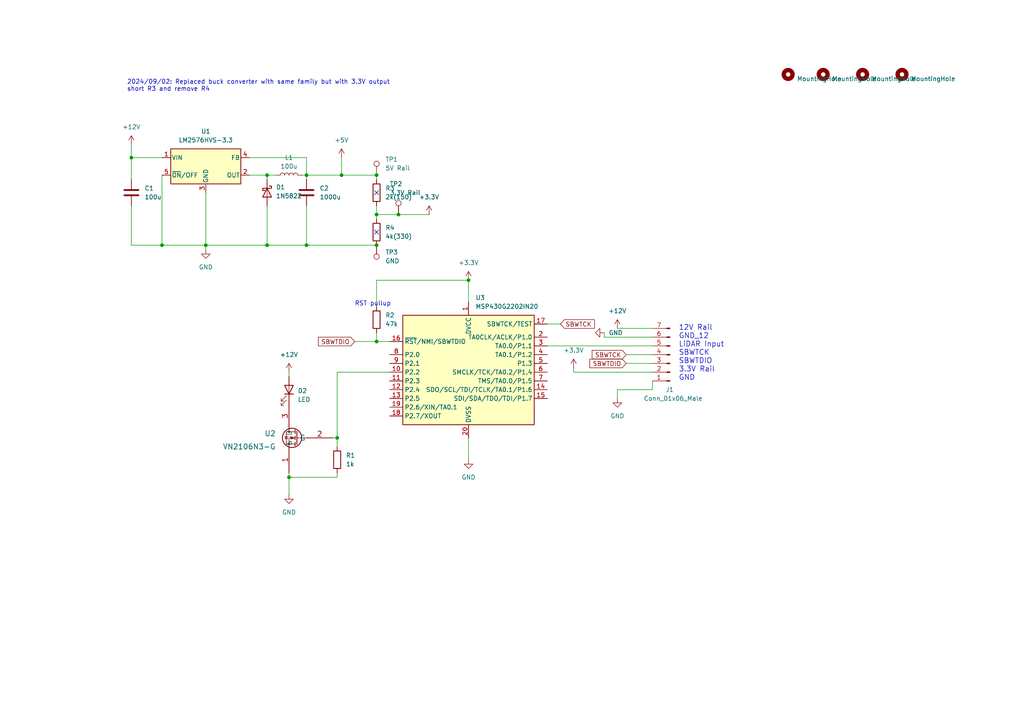
<source format=kicad_sch>
(kicad_sch (version 20211123) (generator eeschema)
  (paper "A4")
  (lib_symbols
    (symbol "1Library_Main:VN2106N3-G " (pin_names (offset 0.254))
      (property "Reference" "U" (at 34.29 -16.51 0))
      (property "Value" "VN2106N3-G " (at 34.29 -19.05 0))
      (symbol "VN2106N3-G _0_1"
        (polyline (pts (xy 21.844 -21.59) (xy 19.05 -21.59)))
        (polyline (pts (xy 21.844 -19.685) (xy 21.844 -23.495)) (stroke (width 0.254)))
        (polyline (pts (xy 22.352 -22.86) (xy 22.352 -23.876)) (stroke (width 0.254)))
        (polyline (pts (xy 22.352 -21.082) (xy 22.352 -22.098)) (stroke (width 0.254)))
        (polyline (pts (xy 22.352 -19.304) (xy 22.352 -20.32)) (stroke (width 0.254)))
        (polyline (pts (xy 24.13 -19.05) (xy 24.13 -19.812)))
        (polyline (pts (xy 24.13 -24.13) (xy 24.13 -21.59) (xy 22.352 -21.59)))
        (polyline (pts (xy 22.352 -23.368) (xy 24.892 -23.368) (xy 24.892 -19.812) (xy 22.352 -19.812)))
        (polyline (pts (xy 22.606 -21.59) (xy 23.622 -21.209) (xy 23.622 -21.971) (xy 22.606 -21.59)) (fill (type outline)))
        (polyline (pts (xy 24.384 -21.082) (xy 24.511 -21.209) (xy 25.273 -21.209) (xy 25.4 -21.336)))
        (polyline (pts (xy 24.892 -21.209) (xy 24.511 -21.844) (xy 25.273 -21.844) (xy 24.892 -21.209)))
        (circle (center 23.241 -21.59) (radius 2.794) (stroke (width 0.254)))
        (circle (center 24.13 -23.368) (radius 0.254) (fill (type outline)))
        (circle (center 24.13 -19.812) (radius 0.254) (fill (type outline)))
      )
      (symbol "VN2106N3-G _1_1"
        (pin unspecified line (at 24.13 -31.75 90) (length 7.62) (name "S") (number "1"))
        (pin unspecified line (at 11.43 -21.59 0) (length 7.62) (name "G") (number "2"))
        (pin unspecified line (at 24.13 -11.43 270) (length 7.62) (name "D") (number "3"))
      )
    )
    (symbol "Connector:Conn_01x07_Male" (pin_names (offset 1.016) hide)
      (property "Reference" "J" (at 0 10.16 0))
      (property "Value" "Conn_01x07_Male" (at 0 -10.16 0))
      (symbol "Conn_01x07_Male_1_1"
        (polyline (pts (xy 1.27 -7.62) (xy 0.8636 -7.62)) (stroke (width 0.1524)))
        (polyline (pts (xy 1.27 -5.08) (xy 0.8636 -5.08)) (stroke (width 0.1524)))
        (polyline (pts (xy 1.27 -2.54) (xy 0.8636 -2.54)) (stroke (width 0.1524)))
        (polyline (pts (xy 1.27 0) (xy 0.8636 0)) (stroke (width 0.1524)))
        (polyline (pts (xy 1.27 2.54) (xy 0.8636 2.54)) (stroke (width 0.1524)))
        (polyline (pts (xy 1.27 5.08) (xy 0.8636 5.08)) (stroke (width 0.1524)))
        (polyline (pts (xy 1.27 7.62) (xy 0.8636 7.62)) (stroke (width 0.1524)))
        (rectangle (start 0.8636 -7.493) (end 0 -7.747) (stroke (width 0.1524)) (fill (type outline)))
        (rectangle (start 0.8636 -4.953) (end 0 -5.207) (stroke (width 0.1524)) (fill (type outline)))
        (rectangle (start 0.8636 -2.413) (end 0 -2.667) (stroke (width 0.1524)) (fill (type outline)))
        (rectangle (start 0.8636 0.127) (end 0 -0.127) (stroke (width 0.1524)) (fill (type outline)))
        (rectangle (start 0.8636 2.667) (end 0 2.413) (stroke (width 0.1524)) (fill (type outline)))
        (rectangle (start 0.8636 5.207) (end 0 4.953) (stroke (width 0.1524)) (fill (type outline)))
        (rectangle (start 0.8636 7.747) (end 0 7.493) (stroke (width 0.1524)) (fill (type outline)))
        (pin passive line (at 5.08 7.62 180) (length 3.81) (name "Pin_1") (number "1"))
        (pin passive line (at 5.08 5.08 180) (length 3.81) (name "Pin_2") (number "2"))
        (pin passive line (at 5.08 2.54 180) (length 3.81) (name "Pin_3") (number "3"))
        (pin passive line (at 5.08 0 180) (length 3.81) (name "Pin_4") (number "4"))
        (pin passive line (at 5.08 -2.54 180) (length 3.81) (name "Pin_5") (number "5"))
        (pin passive line (at 5.08 -5.08 180) (length 3.81) (name "Pin_6") (number "6"))
        (pin passive line (at 5.08 -7.62 180) (length 3.81) (name "Pin_7") (number "7"))
      )
    )
    (symbol "Connector:TestPoint" (pin_numbers hide) (pin_names (offset 0.762) hide)
      (property "Reference" "TP" (at 0 6.858 0))
      (property "Value" "TestPoint" (at 0 5.08 0))
      (symbol "TestPoint_0_1"
        (circle (center 0 3.302) (radius 0.762))
      )
      (symbol "TestPoint_1_1"
        (pin passive line (at 0 0 90) (length 2.54) (name "1") (number "1"))
      )
    )
    (symbol "Device:C" (pin_numbers hide) (pin_names (offset 0.254))
      (property "Reference" "C" (at 0.635 2.54 0))
      (property "Value" "C" (at 0.635 -2.54 0))
      (symbol "C_0_1"
        (polyline (pts (xy -2.032 -0.762) (xy 2.032 -0.762)) (stroke (width 0.508)))
        (polyline (pts (xy -2.032 0.762) (xy 2.032 0.762)) (stroke (width 0.508)))
      )
      (symbol "C_1_1"
        (pin passive line (at 0 3.81 270) (length 2.794) (name "~") (number "1"))
        (pin passive line (at 0 -3.81 90) (length 2.794) (name "~") (number "2"))
      )
    )
    (symbol "Device:L" (pin_numbers hide) (pin_names (offset 1.016) hide)
      (property "Reference" "L" (at -1.27 0 90))
      (property "Value" "L" (at 1.905 0 90))
      (symbol "L_0_1"
        (arc (start 0 -2.54) (mid 0.635 -1.905) (end 0 -1.27))
        (arc (start 0 -1.27) (mid 0.635 -0.635) (end 0 0))
        (arc (start 0 0) (mid 0.635 0.635) (end 0 1.27))
        (arc (start 0 1.27) (mid 0.635 1.905) (end 0 2.54))
      )
      (symbol "L_1_1"
        (pin passive line (at 0 3.81 270) (length 1.27) (name "1") (number "1"))
        (pin passive line (at 0 -3.81 90) (length 1.27) (name "2") (number "2"))
      )
    )
    (symbol "Device:LED" (pin_numbers hide) (pin_names (offset 1.016) hide)
      (property "Reference" "D" (at 0 2.54 0))
      (property "Value" "LED" (at 0 -2.54 0))
      (symbol "LED_0_1"
        (polyline (pts (xy -1.27 -1.27) (xy -1.27 1.27)) (stroke (width 0.254)))
        (polyline (pts (xy -1.27 0) (xy 1.27 0)))
        (polyline (pts (xy 1.27 -1.27) (xy 1.27 1.27) (xy -1.27 0) (xy 1.27 -1.27)) (stroke (width 0.254)))
        (polyline (pts (xy -3.048 -0.762) (xy -4.572 -2.286) (xy -3.81 -2.286) (xy -4.572 -2.286) (xy -4.572 -1.524)))
        (polyline (pts (xy -1.778 -0.762) (xy -3.302 -2.286) (xy -2.54 -2.286) (xy -3.302 -2.286) (xy -3.302 -1.524)))
      )
      (symbol "LED_1_1"
        (pin passive line (at -3.81 0 0) (length 2.54) (name "K") (number "1"))
        (pin passive line (at 3.81 0 180) (length 2.54) (name "A") (number "2"))
      )
    )
    (symbol "Device:R" (pin_numbers hide) (pin_names (offset 0))
      (property "Reference" "R" (at 2.032 0 90))
      (property "Value" "R" (at 0 0 90))
      (symbol "R_0_1"
        (rectangle (start -1.016 -2.54) (end 1.016 2.54) (stroke (width 0.254)))
      )
      (symbol "R_1_1"
        (pin passive line (at 0 3.81 270) (length 1.27) (name "~") (number "1"))
        (pin passive line (at 0 -3.81 90) (length 1.27) (name "~") (number "2"))
      )
    )
    (symbol "Diode:1N5822" (pin_numbers hide) (pin_names (offset 1.016) hide)
      (property "Reference" "D" (at 0 2.54 0))
      (property "Value" "1N5822" (at 0 -2.54 0))
      (symbol "1N5822_0_1"
        (polyline (pts (xy 1.27 0) (xy -1.27 0)))
        (polyline (pts (xy 1.27 1.27) (xy 1.27 -1.27) (xy -1.27 0) (xy 1.27 1.27)) (stroke (width 0.254)))
        (polyline (pts (xy -1.905 0.635) (xy -1.905 1.27) (xy -1.27 1.27) (xy -1.27 -1.27) (xy -0.635 -1.27) (xy -0.635 -0.635)) (stroke (width 0.254)))
      )
      (symbol "1N5822_1_1"
        (pin passive line (at -3.81 0 0) (length 2.54) (name "K") (number "1"))
        (pin passive line (at 3.81 0 180) (length 2.54) (name "A") (number "2"))
      )
    )
    (symbol "MCU_Texas_MSP430:MSP430G2202IN20"
      (property "Reference" "U" (at -17.78 17.78 0))
      (property "Value" "MSP430G2202IN20" (at 12.7 -16.51 0))
      (symbol "MSP430G2202IN20_0_1"
        (rectangle (start -19.05 16.51) (end 19.05 -15.24) (stroke (width 0.254)) (fill (type background)))
      )
      (symbol "MSP430G2202IN20_1_1"
        (pin power_in line (at 0 20.32 270) (length 3.81) (name "DVCC") (number "1"))
        (pin bidirectional line (at -22.86 0 0) (length 3.81) (name "P2.2") (number "10"))
        (pin bidirectional line (at -22.86 -2.54 0) (length 3.81) (name "P2.3") (number "11"))
        (pin bidirectional line (at -22.86 -5.08 0) (length 3.81) (name "P2.4") (number "12"))
        (pin bidirectional line (at -22.86 -7.62 0) (length 3.81) (name "P2.5") (number "13"))
        (pin bidirectional line (at 22.86 -5.08 180) (length 3.81) (name "SDO/SCL/TDI/TCLK/TA0.1/P1.6") (number "14"))
        (pin bidirectional line (at 22.86 -7.62 180) (length 3.81) (name "SDI/SDA/TDO/TDI/P1.7") (number "15"))
        (pin input line (at -22.86 8.89 0) (length 3.81) (name "~{RST}/NMI/SBWTDIO") (number "16"))
        (pin input line (at 22.86 13.97 180) (length 3.81) (name "SBWTCK/TEST") (number "17"))
        (pin bidirectional line (at -22.86 -12.7 0) (length 3.81) (name "P2.7/XOUT") (number "18"))
        (pin bidirectional line (at -22.86 -10.16 0) (length 3.81) (name "P2.6/XIN/TA0.1") (number "19"))
        (pin bidirectional line (at 22.86 10.16 180) (length 3.81) (name "TA0CLK/ACLK/P1.0") (number "2"))
        (pin power_in line (at 0 -19.05 90) (length 3.81) (name "DVSS") (number "20"))
        (pin bidirectional line (at 22.86 7.62 180) (length 3.81) (name "TA0.0/P1.1") (number "3"))
        (pin bidirectional line (at 22.86 5.08 180) (length 3.81) (name "TA0.1/P1.2") (number "4"))
        (pin bidirectional line (at 22.86 2.54 180) (length 3.81) (name "P1.3") (number "5"))
        (pin bidirectional line (at 22.86 0 180) (length 3.81) (name "SMCLK/TCK/TA0.2/P1.4") (number "6"))
        (pin bidirectional line (at 22.86 -2.54 180) (length 3.81) (name "TMS/TA0.0/P1.5") (number "7"))
        (pin bidirectional line (at -22.86 5.08 0) (length 3.81) (name "P2.0") (number "8"))
        (pin bidirectional line (at -22.86 2.54 0) (length 3.81) (name "P2.1") (number "9"))
      )
    )
    (symbol "Mechanical:MountingHole" (pin_names (offset 1.016))
      (property "Reference" "H" (at 0 5.08 0))
      (property "Value" "MountingHole" (at 0 3.175 0))
      (symbol "MountingHole_0_1"
        (circle (center 0 0) (radius 1.27) (stroke (width 1.27)))
      )
    )
    (symbol "Regulator_Switching:LM2576HVS-3.3" (pin_names (offset 0.254))
      (property "Reference" "U" (at -10.16 6.35 0))
      (property "Value" "LM2576HVS-3.3" (at 0 6.35 0))
      (symbol "LM2576HVS-3.3_0_1"
        (rectangle (start -10.16 5.08) (end 10.16 -5.08) (stroke (width 0.254)) (fill (type background)))
      )
      (symbol "LM2576HVS-3.3_1_1"
        (pin power_in line (at -12.7 2.54 0) (length 2.54) (name "VIN") (number "1"))
        (pin output line (at 12.7 -2.54 180) (length 2.54) (name "OUT") (number "2"))
        (pin power_in line (at 0 -7.62 90) (length 2.54) (name "GND") (number "3"))
        (pin input line (at 12.7 2.54 180) (length 2.54) (name "FB") (number "4"))
        (pin input line (at -12.7 -2.54 0) (length 2.54) (name "~{ON}/OFF") (number "5"))
      )
    )
    (symbol "power:+12V" (power) (pin_names (offset 0))
      (property "Value" "+12V" (at 0 3.556 0))
      (symbol "+12V_0_1"
        (polyline (pts (xy -0.762 1.27) (xy 0 2.54)))
        (polyline (pts (xy 0 0) (xy 0 2.54)))
        (polyline (pts (xy 0 2.54) (xy 0.762 1.27)))
      )
      (symbol "+12V_1_1"
        (pin power_in line (at 0 0 90) (length 0) hide (name "+12V") (number "1"))
      )
    )
    (symbol "power:+3.3V" (power) (pin_names (offset 0))
      (property "Value" "+3.3V" (at 0 3.556 0))
      (symbol "+3.3V_0_1"
        (polyline (pts (xy -0.762 1.27) (xy 0 2.54)))
        (polyline (pts (xy 0 0) (xy 0 2.54)))
        (polyline (pts (xy 0 2.54) (xy 0.762 1.27)))
      )
      (symbol "+3.3V_1_1"
        (pin power_in line (at 0 0 90) (length 0) hide (name "+3.3V") (number "1"))
      )
    )
    (symbol "power:+5V" (power) (pin_names (offset 0))
      (property "Value" "+5V" (at 0 3.556 0))
      (symbol "+5V_0_1"
        (polyline (pts (xy -0.762 1.27) (xy 0 2.54)))
        (polyline (pts (xy 0 0) (xy 0 2.54)))
        (polyline (pts (xy 0 2.54) (xy 0.762 1.27)))
      )
      (symbol "+5V_1_1"
        (pin power_in line (at 0 0 90) (length 0) hide (name "+5V") (number "1"))
      )
    )
    (symbol "power:GND" (power) (pin_names (offset 0))
      (property "Value" "GND" (at 0 -3.81 0))
      (symbol "GND_0_1"
        (polyline (pts (xy 0 0) (xy 0 -1.27) (xy 1.27 -1.27) (xy 0 -2.54) (xy -1.27 -1.27) (xy 0 -1.27)))
      )
      (symbol "GND_1_1"
        (pin power_in line (at 0 0 270) (length 0) hide (name "GND") (number "1"))
      )
    )
  )
  (junction (at 109.22 62.23))
  (junction (at 46.99 71.12))
  (junction (at 38.1 45.72))
  (junction (at 77.47 50.8))
  (junction (at 97.79 127))
  (junction (at 135.89 81.28))
  (junction (at 88.9 71.12))
  (junction (at 109.22 50.8))
  (junction (at 99.06 50.8))
  (junction (at 83.82 138.43))
  (junction (at 109.22 71.12))
  (junction (at 115.57 62.23))
  (junction (at 88.9 50.8))
  (junction (at 109.22 99.06))
  (junction (at 59.69 71.12))
  (junction (at 77.47 71.12))
  (no_connect (at 109.22 67.31))
  (no_connect (at 109.22 55.88))
  (wire (pts (xy 166.37 107.95) (xy 189.23 107.95)))
  (wire (pts (xy 77.47 71.12) (xy 88.9 71.12)))
  (wire (pts (xy 109.22 96.52) (xy 109.22 99.06)))
  (wire (pts (xy 102.87 99.06) (xy 109.22 99.06)))
  (wire (pts (xy 97.79 127) (xy 96.52 127)))
  (wire (pts (xy 83.82 107.95) (xy 83.82 109.22)))
  (wire (pts (xy 72.39 50.8) (xy 77.47 50.8)))
  (wire (pts (xy 97.79 137.16) (xy 97.79 138.43)))
  (wire (pts (xy 109.22 59.69) (xy 109.22 62.23)))
  (wire (pts (xy 179.07 115.57) (xy 179.07 113.03)))
  (wire (pts (xy 46.99 71.12) (xy 59.69 71.12)))
  (wire (pts (xy 175.26 96.52) (xy 175.26 97.79)))
  (wire (pts (xy 115.57 62.23) (xy 124.46 62.23)))
  (wire (pts (xy 158.75 93.98) (xy 162.56 93.98)))
  (wire (pts (xy 189.23 97.79) (xy 175.26 97.79)))
  (wire (pts (xy 109.22 62.23) (xy 109.22 63.5)))
  (wire (pts (xy 135.89 81.28) (xy 135.89 87.63)))
  (wire (pts (xy 59.69 72.39) (xy 59.69 71.12)))
  (wire (pts (xy 88.9 45.72) (xy 88.9 50.8)))
  (wire (pts (xy 113.03 107.95) (xy 97.79 107.95)))
  (wire (pts (xy 83.82 138.43) (xy 83.82 137.16)))
  (wire (pts (xy 109.22 50.8) (xy 99.06 50.8)))
  (wire (pts (xy 181.61 105.41) (xy 189.23 105.41)))
  (wire (pts (xy 87.63 50.8) (xy 88.9 50.8)))
  (wire (pts (xy 83.82 143.51) (xy 83.82 138.43)))
  (wire (pts (xy 189.23 110.49) (xy 189.23 113.03)))
  (wire (pts (xy 109.22 81.28) (xy 135.89 81.28)))
  (wire (pts (xy 181.61 102.87) (xy 189.23 102.87)))
  (wire (pts (xy 109.22 99.06) (xy 113.03 99.06)))
  (wire (pts (xy 46.99 50.8) (xy 46.99 71.12)))
  (wire (pts (xy 109.22 71.12) (xy 88.9 71.12)))
  (wire (pts (xy 38.1 45.72) (xy 46.99 45.72)))
  (wire (pts (xy 135.89 127) (xy 135.89 133.35)))
  (wire (pts (xy 38.1 52.07) (xy 38.1 45.72)))
  (wire (pts (xy 109.22 62.23) (xy 115.57 62.23)))
  (wire (pts (xy 72.39 45.72) (xy 88.9 45.72)))
  (wire (pts (xy 166.37 106.68) (xy 166.37 107.95)))
  (wire (pts (xy 88.9 50.8) (xy 88.9 52.07)))
  (wire (pts (xy 109.22 52.07) (xy 109.22 50.8)))
  (wire (pts (xy 77.47 50.8) (xy 80.01 50.8)))
  (wire (pts (xy 77.47 52.07) (xy 77.47 50.8)))
  (wire (pts (xy 109.22 81.28) (xy 109.22 88.9)))
  (wire (pts (xy 97.79 138.43) (xy 83.82 138.43)))
  (wire (pts (xy 179.07 95.25) (xy 189.23 95.25)))
  (wire (pts (xy 38.1 41.91) (xy 38.1 45.72)))
  (wire (pts (xy 77.47 59.69) (xy 77.47 71.12)))
  (wire (pts (xy 88.9 59.69) (xy 88.9 71.12)))
  (wire (pts (xy 158.75 100.33) (xy 189.23 100.33)))
  (wire (pts (xy 59.69 71.12) (xy 77.47 71.12)))
  (wire (pts (xy 59.69 55.88) (xy 59.69 71.12)))
  (wire (pts (xy 99.06 45.72) (xy 99.06 50.8)))
  (wire (pts (xy 97.79 129.54) (xy 97.79 127)))
  (wire (pts (xy 179.07 113.03) (xy 189.23 113.03)))
  (wire (pts (xy 97.79 107.95) (xy 97.79 127)))
  (wire (pts (xy 88.9 50.8) (xy 99.06 50.8)))
  (wire (pts (xy 38.1 71.12) (xy 46.99 71.12)))
  (wire (pts (xy 38.1 59.69) (xy 38.1 71.12)))
  (text "RST pullup " (at 102.87 88.9 0) (effects (font (size 1.27 1.27)) (justify left bottom)))
  (text "2024/09/02: Replaced buck converter with same family but with 3.3V output\nshort R3 and remove R4" (at 36.83 26.67 0) (effects (font (size 1.27 1.27)) (justify left bottom)))
  (text "12V Rail\nGND_12\nLiDAR Input\nSBWTCK\nSBWTDIO\n3.3V Rail\nGND\n" (at 196.85 110.49 0) (effects (font (size 1.5 1.5)) (justify left bottom)))
  (global_label "SBWTDIO" (shape input) (at 102.87 99.06 180) (property "Intersheet References" "${INTERSHEET_REFS}" (effects hide)))
  (global_label "SBWTDIO" (shape input) (at 181.61 105.41 180) (property "Intersheet References" "${INTERSHEET_REFS}" (effects hide)))
  (global_label "SBWTCK" (shape input) (at 162.56 93.98 0) (property "Intersheet References" "${INTERSHEET_REFS}" (effects hide)))
  (global_label "SBWTCK" (shape input) (at 181.61 102.87 180) (property "Intersheet References" "${INTERSHEET_REFS}" (effects hide)))
  (symbol (lib_id "Device:L") (at 83.82 50.8 90) (unit 1)
    (property "Reference" "L1" (at 83.82 45.72 90))
    (property "Value" "100u" (at 83.82 48.26 90))
    (property "Footprint" "Package_TO_SOT_THT:TO-92-2" (effects hide))
    (property "Datasheet" "https://www.digikey.ca/en/products/detail/bourns-inc/RLB0914-101KL/2352772" (effects hide))
  )
  (symbol (lib_id "power:+3.3V") (at 135.89 81.28 0) (unit 1)
    (property "Reference" "#PWR0108" (effects hide))
    (property "Value" "+3.3V" (at 135.89 76.2 0))
  )
  (symbol (lib_id "power:+12V") (at 179.07 95.25 0) (unit 1)
    (property "Reference" "#PWR0101" (effects hide))
    (property "Value" "+12V" (at 179.07 90.17 0))
  )
  (symbol (lib_id "Device:R") (at 109.22 92.71 0) (unit 1)
    (property "Reference" "R2" (at 111.76 91.4399 0) (effects (justify left)))
    (property "Value" "47k" (at 111.76 93.9799 0) (effects (justify left)))
    (property "Footprint" "Resistor_THT:R_Axial_DIN0207_L6.3mm_D2.5mm_P10.16mm_Horizontal" (effects hide))
  )
  (symbol (lib_id "MCU_Texas_MSP430:MSP430G2202IN20") (at 135.89 107.95 0) (unit 1)
    (property "Reference" "U3" (at 137.9094 86.36 0) (effects (justify left)))
    (property "Value" "MSP430G2202IN20" (at 137.9094 88.9 0) (effects (justify left)))
    (property "Footprint" "Package_DIP:DIP-20_W7.62mm" (effects hide))
    (property "Datasheet" "http://www.ti.com/lit/ds/symlink/msp430g2202.pdf" (effects hide))
  )
  (symbol (lib_id "Device:R") (at 109.22 67.31 0) (mirror y) (unit 1)
    (property "Reference" "R4" (at 111.76 66.0399 0) (effects (justify right)))
    (property "Value" "4k(330)" (at 111.76 68.5799 0) (effects (justify right)))
    (property "Footprint" "Resistor_THT:R_Axial_DIN0207_L6.3mm_D2.5mm_P10.16mm_Horizontal" (effects hide))
  )
  (symbol (lib_id "Diode:1N5822") (at 77.47 55.88 270) (unit 1)
    (property "Reference" "D1" (at 80.01 54.2924 90) (effects (justify left)))
    (property "Value" "1N5822" (at 80.01 56.8324 90) (effects (justify left)))
    (property "Footprint" "Diode_THT:D_DO-201AD_P15.24mm_Horizontal" (effects hide))
    (property "Datasheet" "http://www.vishay.com/docs/88526/1n5820.pdf" (effects hide))
  )
  (symbol (lib_id "power:+12V") (at 38.1 41.91 0) (unit 1)
    (property "Reference" "#PWR0110" (effects hide))
    (property "Value" "+12V" (at 38.1 36.83 0))
  )
  (symbol (lib_id "Mechanical:MountingHole") (at 228.6 21.59 0) (unit 1)
    (property "Reference" "H1" (effects hide))
    (property "Value" "MountingHole" (at 231.14 22.8599 0) (effects (justify left)))
    (property "Footprint" "MountingHole:MountingHole_3.2mm_M3" (effects hide))
  )
  (symbol (lib_id "power:+3.3V") (at 166.37 106.68 0) (unit 1)
    (property "Reference" "#PWR0104" (effects hide))
    (property "Value" "+3.3V" (at 166.37 101.6 0))
  )
  (symbol (lib_id "power:+12V") (at 83.82 107.95 0) (mirror y) (unit 1)
    (property "Reference" "#PWR0112" (effects hide))
    (property "Value" "+12V" (at 83.82 102.87 0))
  )
  (symbol (lib_id "1Library_Main:VN2106N3-G ") (at 107.95 105.41 0) (mirror y) (unit 1)
    (property "Reference" "U2" (at 80.01 125.73 0) (effects (font (size 1.524 1.524)) (justify left)))
    (property "Value" "VN2106N3-G " (at 80.01 129.54 0) (effects (font (size 1.524 1.524)) (justify left)))
    (property "Footprint" "Package_TO_SOT_THT:TO-92" (effects hide))
    (property "Datasheet" "digikey.ca/en/products/detail/microchip-technology/VN2106N3-G/4902398?s=N4IgTCBcDaIGoDkwEYAMA2BBmAtAcRwQBEQBdAXyA" (effects hide))
  )
  (symbol (lib_id "power:GND") (at 59.69 72.39 0) (unit 1)
    (property "Reference" "#PWR0111" (effects hide))
    (property "Value" "GND" (at 59.69 77.47 0))
  )
  (symbol (lib_id "power:GND") (at 179.07 115.57 0) (unit 1)
    (property "Reference" "#PWR0106" (effects hide))
    (property "Value" "GND" (at 179.07 120.65 0))
  )
  (symbol (lib_id "Device:LED") (at 83.82 113.03 270) (mirror x) (unit 1)
    (property "Reference" "D2" (at 86.36 113.3474 90) (effects (justify left)))
    (property "Value" "LED" (at 86.36 115.8874 90) (effects (justify left)))
    (property "Footprint" "Connector_PinSocket_2.54mm:PinSocket_1x02_P2.54mm_Vertical" (effects hide))
  )
  (symbol (lib_id "power:GND") (at 175.26 96.52 270) (unit 1)
    (property "Reference" "#PWR0102" (effects hide))
    (property "Value" "GND" (at 176.53 96.5199 90) (effects (justify left)))
  )
  (symbol (lib_id "power:+3.3V") (at 124.46 62.23 0) (unit 1)
    (property "Reference" "#PWR0109" (effects hide))
    (property "Value" "+3.3V" (at 124.46 57.15 0))
  )
  (symbol (lib_id "Mechanical:MountingHole") (at 250.19 21.59 0) (unit 1)
    (property "Reference" "H3" (effects hide))
    (property "Value" "MountingHole" (at 252.73 22.8599 0) (effects (justify left)))
    (property "Footprint" "MountingHole:MountingHole_3.2mm_M3" (effects hide))
  )
  (symbol (lib_id "power:GND") (at 135.89 133.35 0) (unit 1)
    (property "Reference" "#PWR0114" (effects hide))
    (property "Value" "GND" (at 135.89 138.43 0))
  )
  (symbol (lib_id "Connector:TestPoint") (at 109.22 50.8 0) (unit 1)
    (property "Reference" "TP1" (at 111.76 46.2279 0) (effects (justify left)))
    (property "Value" "5V Rail" (at 111.76 48.7679 0) (effects (justify left)))
    (property "Footprint" "TestPoint:TestPoint_Pad_D2.5mm" (effects hide))
  )
  (symbol (lib_id "Mechanical:MountingHole") (at 238.76 21.59 0) (unit 1)
    (property "Reference" "H2" (effects hide))
    (property "Value" "MountingHole" (at 241.3 22.8599 0) (effects (justify left)))
    (property "Footprint" "MountingHole:MountingHole_3.2mm_M3" (effects hide))
  )
  (symbol (lib_id "Connector:TestPoint") (at 109.22 71.12 180) (unit 1)
    (property "Reference" "TP3" (at 111.76 73.1519 0) (effects (justify right)))
    (property "Value" "GND" (at 111.76 75.6919 0) (effects (justify right)))
    (property "Footprint" "TestPoint:TestPoint_Pad_D2.5mm" (effects hide))
  )
  (symbol (lib_id "Device:R") (at 97.79 133.35 0) (mirror y) (unit 1)
    (property "Reference" "R1" (at 100.33 132.0799 0) (effects (justify right)))
    (property "Value" "1k" (at 100.33 134.6199 0) (effects (justify right)))
    (property "Footprint" "Resistor_THT:R_Axial_DIN0207_L6.3mm_D2.5mm_P10.16mm_Horizontal" (effects hide))
  )
  (symbol (lib_id "Device:C") (at 38.1 55.88 0) (unit 1)
    (property "Reference" "C1" (at 41.91 54.6099 0) (effects (justify left)))
    (property "Value" "100u" (at 41.91 57.1499 0) (effects (justify left)))
    (property "Footprint" "Capacitor_THT:C_Radial_D5.0mm_H7.0mm_P2.00mm" (effects hide))
    (property "Datasheet" "https://www.digikey.ca/en/products/detail/w%C3%BCrth-elektronik/860010372006/5726847" (effects hide))
  )
  (symbol (lib_id "power:+5V") (at 99.06 45.72 0) (mirror y) (unit 1)
    (property "Reference" "#PWR0107" (effects hide))
    (property "Value" "+5V" (at 99.06 40.64 0))
  )
  (symbol (lib_id "Connector:Conn_01x07_Male") (at 194.31 102.87 180) (unit 1)
    (property "Reference" "J1" (at 193.04 113.03 0) (effects (justify right)))
    (property "Value" "Conn_01x06_Male" (at 186.69 115.57 0) (effects (justify right)))
    (property "Footprint" "Connector_PinSocket_2.54mm:PinSocket_1x07_P2.54mm_Vertical" (effects hide))
  )
  (symbol (lib_id "power:GND") (at 83.82 143.51 0) (mirror y) (unit 1)
    (property "Reference" "#PWR0113" (effects hide))
    (property "Value" "GND" (at 83.82 148.59 0))
  )
  (symbol (lib_id "Regulator_Switching:LM2576HVS-3.3") (at 59.69 48.26 0) (unit 1)
    (property "Reference" "U1" (at 59.69 38.1 0))
    (property "Value" "LM2576HVS-3.3" (at 59.69 40.64 0))
    (property "Footprint" "Connector_PinSocket_2.54mm:PinSocket_1x05_P2.54mm_Horizontal" (effects hide))
    (property "Datasheet" "https://www.digikey.ca/en/products/detail/texas-instruments/LM2576T-5-0-NOPB/212636" (effects hide))
  )
  (symbol (lib_id "Connector:TestPoint") (at 115.57 62.23 0) (unit 1)
    (property "Reference" "TP2" (at 113.03 53.34 0) (effects (justify left)))
    (property "Value" "3.3V Rail" (at 113.03 55.88 0) (effects (justify left)))
    (property "Footprint" "TestPoint:TestPoint_Pad_D2.5mm" (effects hide))
  )
  (symbol (lib_id "Mechanical:MountingHole") (at 261.62 21.59 0) (unit 1)
    (property "Reference" "H4" (effects hide))
    (property "Value" "MountingHole" (at 264.16 22.8599 0) (effects (justify left)))
    (property "Footprint" "MountingHole:MountingHole_3.2mm_M3" (effects hide))
  )
  (symbol (lib_id "Device:R") (at 109.22 55.88 0) (mirror y) (unit 1)
    (property "Reference" "R3" (at 111.76 54.6099 0) (effects (justify right)))
    (property "Value" "2k(150)" (at 111.76 57.1499 0) (effects (justify right)))
    (property "Footprint" "Resistor_THT:R_Axial_DIN0207_L6.3mm_D2.5mm_P10.16mm_Horizontal" (effects hide))
  )
  (symbol (lib_id "Device:C") (at 88.9 55.88 0) (unit 1)
    (property "Reference" "C2" (at 92.71 54.6099 0) (effects (justify left)))
    (property "Value" "1000u" (at 92.71 57.1499 0) (effects (justify left)))
    (property "Footprint" "Capacitor_THT:C_Radial_D6.3mm_H5.0mm_P2.50mm" (effects hide))
    (property "Datasheet" "https://www.digikey.ca/en/products/detail/chinsan-elite/ED1A102MP30816/16497020" (effects hide))
  )
)
</source>
